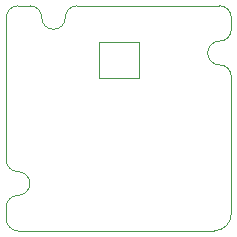
<source format=gbr>
%TF.GenerationSoftware,KiCad,Pcbnew,(7.0.0-0)*%
%TF.CreationDate,2023-04-16T17:27:38-07:00*%
%TF.ProjectId,Amoeba_executive,416d6f65-6261-45f6-9578-656375746976,rev?*%
%TF.SameCoordinates,Original*%
%TF.FileFunction,Profile,NP*%
%FSLAX46Y46*%
G04 Gerber Fmt 4.6, Leading zero omitted, Abs format (unit mm)*
G04 Created by KiCad (PCBNEW (7.0.0-0)) date 2023-04-16 17:27:38*
%MOMM*%
%LPD*%
G01*
G04 APERTURE LIST*
%TA.AperFunction,Profile*%
%ADD10C,0.100000*%
%TD*%
G04 APERTURE END LIST*
D10*
X173183700Y-75873900D02*
G75*
G03*
X172183700Y-76873900I0J-1000000D01*
G01*
X175184000Y-76873900D02*
G75*
G03*
X174184000Y-75873900I-1000000J0D01*
G01*
X178184000Y-75873900D02*
X190233700Y-75873900D01*
X172183699Y-88924001D02*
G75*
G03*
X173183700Y-89924001I1000001J1D01*
G01*
X178184000Y-75873900D02*
G75*
G03*
X177184000Y-76873900I0J-1000000D01*
G01*
X189789543Y-94923757D02*
G75*
G03*
X191233700Y-93499900I20157J1423857D01*
G01*
X191233700Y-81874000D02*
X191233700Y-93499900D01*
X191233700Y-81874000D02*
G75*
G03*
X190233700Y-80874000I-1000000J0D01*
G01*
X190233700Y-78874000D02*
G75*
G03*
X189233700Y-79874000I0J-1000000D01*
G01*
X172183700Y-76873900D02*
X172183700Y-88924001D01*
X173183700Y-75873900D02*
X174184000Y-75873900D01*
X174183699Y-90924001D02*
G75*
G03*
X173183700Y-89924001I-999999J1D01*
G01*
X172183700Y-93923900D02*
G75*
G03*
X173183700Y-94923900I1000000J0D01*
G01*
X173183700Y-91924000D02*
G75*
G03*
X174183700Y-90924001I0J1000000D01*
G01*
X175184000Y-76873900D02*
G75*
G03*
X176184000Y-77873900I1000000J0D01*
G01*
X172183700Y-93923900D02*
X172183700Y-92924001D01*
X189789543Y-94923757D02*
X173183700Y-94923900D01*
X191233700Y-76873900D02*
G75*
G03*
X190233700Y-75873900I-1000000J0D01*
G01*
X176184000Y-77873900D02*
G75*
G03*
X177184000Y-76873900I0J1000000D01*
G01*
X191233700Y-76873900D02*
X191233700Y-77874000D01*
X189233700Y-79874000D02*
G75*
G03*
X190233700Y-80874000I1000000J0D01*
G01*
X190233700Y-78874000D02*
G75*
G03*
X191233700Y-77874000I0J1000000D01*
G01*
X173183700Y-91924000D02*
G75*
G03*
X172183700Y-92924001I0J-1000000D01*
G01*
%TO.C,SW1*%
X180009200Y-78969035D02*
X180009200Y-81969035D01*
X183409200Y-78969035D02*
X180009200Y-78969035D01*
X183409200Y-81969035D02*
X180009200Y-81969035D01*
X183409200Y-81969035D02*
X183409200Y-78969035D01*
%TD*%
M02*

</source>
